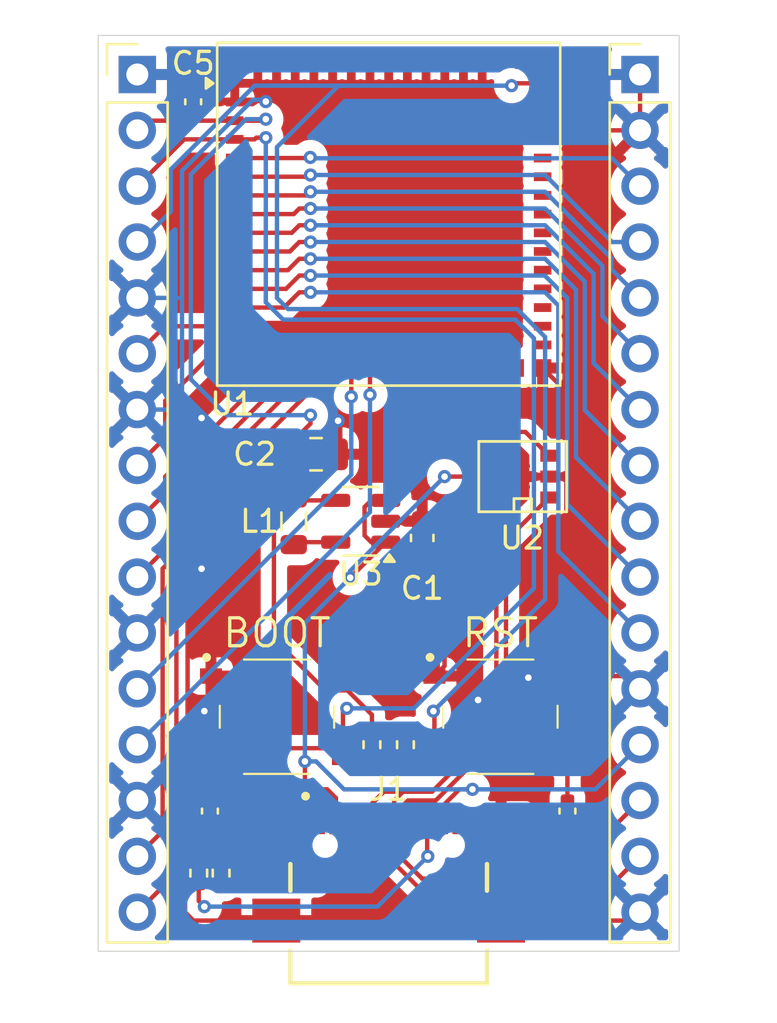
<source format=kicad_pcb>
(kicad_pcb (version 20241229) (generator "pcbnew") (generator_version "9.0")
  (layers (0 "F.Cu" signal) (2 "B.Cu" signal) (13 "F.Paste" user) (15 "B.Paste" user) (5 "F.SilkS" user "F.Silkscreen") (7 "B.SilkS" user "B.Silkscreen") (1 "F.Mask" user) (3 "B.Mask" user) (25 "Edge.Cuts" user))
  (net 0 "")
  (net 8 "16")
  (net 9 "14")
  (net 10 "15")
  (net 13 "1")
  (net 14 "35")
  (net 15 "2")
  (net 18 "8")
  (net 21 "4")
  (net 22 "5")
  (net 24 "34")
  (net 25 "7")
  (net 27 "36")
  (net 28 "37")
  (net 29 "6")
  (net 30 "GND")
  (net 31 "Net-(J1-CC2)")
  (net 32 "Net-(J1-CC1)")
  (net 33 "VCC_5V")
  (net 34 "VCC_3.3V")
  (net 35 "D+")
  (net 36 "D-")
  (net 37 "Net-(U3-SW)")
  (net 38 "BTN_RST")
  (net 39 "BTN_BOOT")
  (net 40 "9")
  (net 42 "3")
  (net 43 "EXT_D+")
  (net 44 "EXT_D-")
  (net 45 "CS")
  (net 46 "MOSI")
  (net 47 "MISO")
  (net 48 "SCK")
  (net 49 "RXD1")
  (net 50 "TXD1")
  (footprint "Inductor_SMD:L_0805_2012Metric" (layer "F.Cu") (at 146.812 86.36 90)
    (property "Reference" "L1")
    (property "Value" "1uH")
  )
  (footprint "Resistor_SMD:R_0402_1005Metric" (layer "F.Cu") (at 150.368 96.522 -90)
    (property "Reference" "R4" (hide yes))
    (property "Value" "10k")
  )
  (footprint "Connector_PinHeader_2.54mm:PinHeader_1x16_P2.54mm_Vertical" (layer "F.Cu") (at 139.7 66.04)
    (property "Reference" "J3" (hide yes))
    (property "Value" "Conn_01x16_Pin")
  )
  (footprint "footprints:PTS526SM15SMTR2LFS" (layer "F.Cu") (at 156.21 95.25)
    (property "Reference" "SW1" (hide yes))
    (property "Value" "PTS526_SM15_SMTR2_LFS" (hide yes))
  )
  (footprint "Capacitor_SMD:C_0402_1005Metric" (layer "F.Cu") (at 159.258 99.54 -90)
    (property "Reference" "C3" (hide yes))
    (property "Value" "0u1F")
  )
  (footprint "Capacitor_SMD:C_0805_2012Metric" (layer "F.Cu") (at 147.828 83.312)
    (property "Reference" "C2")
    (property "Value" "10uF")
  )
  (footprint "footprints:IP4234CZ6_SOT-457-6" (layer "F.Cu") (at 157.226 84.328 180)
    (property "Reference" "U2")
    (property "Value" "IP4234CZ6" (hide yes))
  )
  (footprint "Capacitor_SMD:C_0402_1005Metric" (layer "F.Cu") (at 143.002 99.54 -90)
    (property "Reference" "C4" (hide yes))
    (property "Value" "0u1F")
  )
  (footprint "Resistor_SMD:R_0402_1005Metric" (layer "F.Cu") (at 142.494 102.362 90)
    (property "Reference" "R2" (hide yes))
    (property "Value" "5k1")
  )
  (footprint "Resistor_SMD:R_0402_1005Metric" (layer "F.Cu") (at 151.892 96.522 -90)
    (property "Reference" "R3" (hide yes))
    (property "Value" "10k")
  )
  (footprint "Resistor_SMD:R_0402_1005Metric" (layer "F.Cu") (at 143.51 102.362 90)
    (property "Reference" "R1" (hide yes))
    (property "Value" "5k1")
  )
  (footprint "Connector_PinHeader_2.54mm:PinHeader_1x16_P2.54mm_Vertical" (layer "F.Cu") (at 162.56 66.04)
    (property "Reference" "J4" (hide yes))
    (property "Value" "Conn_01x16_Pin")
  )
  (footprint "footprints:GCT_USB4110GFA" (layer "F.Cu") (at 151.13 101.092)
    (property "Reference" "J1")
    (property "Value" "USB4110GFA")
  )
  (footprint "Capacitor_SMD:C_0402_1005Metric" (layer "F.Cu") (at 142.24 67.282 90)
    (property "Reference" "C5")
    (property "Value" "0u1F")
  )
  (footprint "footprints:PTS526SM15SMTR2LFS" (layer "F.Cu") (at 146.05 95.25)
    (property "Reference" "SW2" (hide yes))
    (property "Value" "PTS526_SM15_SMTR2_LFS" (hide yes))
  )
  (footprint "RF_Module:ESP32-S2-MINI-1U" (layer "F.Cu") (at 151.13 72.39)
    (property "Reference" "U1")
    (property "Value" "ESP32-S3-MINI-1U")
  )
  (footprint "Capacitor_SMD:C_0603_1608Metric" (layer "F.Cu") (at 152.654 87.122 90)
    (property "Reference" "C1")
    (property "Value" "4.7uF")
  )
  (footprint "Package_TO_SOT_SMD:TSOT-23-5" (layer "F.Cu") (at 149.86 86.36 180)
    (property "Reference" "U3")
    (property "Value" "ADP2108AUJ-3.3" (hide yes))
  )
  (gr_line (start 139.7 76.2) (end 141.732 76.2) (stroke (width 0.2)) (layer "B.Cu") (net 30))
  (gr_rect (start 137.922 64.262) (end 164.338 105.918) (stroke (width 0.05)) (fill no) (layer "Edge.Cuts"))
  (segment (start 140.851 100.449) (end 139.7 101.6) (width 0.2) (layer "F.Cu") (net 9))
  (segment (start 146.88 80.196) (end 141.986 85.09) (width 0.2) (layer "F.Cu") (net 9))
  (segment (start 146.88 79.39) (end 146.88 80.196) (width 0.2) (layer "F.Cu") (net 9))
  (segment (start 141.986 85.09) (end 141.986 87.376) (width 0.2) (layer "F.Cu") (net 9))
  (segment (start 140.851 88.511) (end 140.851 100.449) (width 0.2) (layer "F.Cu") (net 9))
  (segment (start 141.986 87.376) (end 140.851 88.511) (width 0.2) (layer "F.Cu") (net 9))
  (segment (start 141.478 102.362) (end 139.7 104.14) (width 0.2) (layer "F.Cu") (net 10))
  (segment (start 147.73 80.264) (end 142.494 85.5) (width 0.2) (layer "F.Cu") (net 10))
  (segment (start 147.73 79.39) (end 147.73 80.264) (width 0.2) (layer "F.Cu") (net 10))
  (segment (start 141.478 88.646) (end 141.478 102.362) (width 0.2) (layer "F.Cu") (net 10))
  (segment (start 142.494 87.63) (end 141.478 88.646) (width 0.2) (layer "F.Cu") (net 10))
  (segment (start 142.494 85.5) (end 142.494 87.63) (width 0.2) (layer "F.Cu") (net 10))
  (segment (start 147.563638 69.812064) (end 147.535702 69.84) (width 0.2) (layer "F.Cu") (net 13))
  (segment (start 147.535702 69.84) (end 144.13 69.84) (width 0.2) (layer "F.Cu") (net 13))
  (via (at 147.563638 69.812064) (size 0.6) (drill 0.3) (layers "F.Cu" "B.Cu") (net 13))
  (segment (start 147.563638 69.812064) (end 147.601574 69.85) (width 0.2) (layer "B.Cu") (net 13))
  (segment (start 147.601574 69.85) (end 161.29 69.85) (width 0.2) (layer "B.Cu") (net 13))
  (segment (start 161.29 69.85) (end 162.56 71.12) (width 0.2) (layer "B.Cu") (net 13))
  (segment (start 144.13 70.69) (end 147.496 70.69) (width 0.2) (layer "F.Cu") (net 15))
  (segment (start 147.496 70.69) (end 147.574 70.612) (width 0.2) (layer "F.Cu") (net 15))
  (via (at 147.574 70.612) (size 0.6) (drill 0.3) (layers "F.Cu" "B.Cu") (net 15))
  (segment (start 161.29 73.66) (end 158.242 70.612) (width 0.2) (layer "B.Cu") (net 15))
  (segment (start 158.242 70.612) (end 147.574 70.612) (width 0.2) (layer "B.Cu") (net 15))
  (segment (start 162.56 73.66) (end 161.29 73.66) (width 0.2) (layer "B.Cu") (net 15))
  (segment (start 147.066 75.184) (end 147.574 75.184) (width 0.2) (layer "F.Cu") (net 18))
  (segment (start 146.46 75.79) (end 147.066 75.184) (width 0.2) (layer "F.Cu") (net 18))
  (segment (start 144.13 75.79) (end 146.46 75.79) (width 0.2) (layer "F.Cu") (net 18))
  (via (at 147.574 75.184) (size 0.6) (drill 0.3) (layers "F.Cu" "B.Cu") (net 18))
  (segment (start 159.2459 76.200822) (end 159.2459 85.5859) (width 0.2) (layer "B.Cu") (net 18))
  (segment (start 147.574 75.184) (end 158.229078 75.184) (width 0.2) (layer "B.Cu") (net 18))
  (segment (start 158.229078 75.184) (end 159.2459 76.200822) (width 0.2) (layer "B.Cu") (net 18))
  (segment (start 159.2459 85.5859) (end 162.56 88.9) (width 0.2) (layer "B.Cu") (net 18))
  (segment (start 144.13 72.39) (end 146.812 72.39) (width 0.2) (layer "F.Cu") (net 21))
  (segment (start 146.812 72.39) (end 147.066 72.136) (width 0.2) (layer "F.Cu") (net 21))
  (segment (start 147.066 72.136) (end 147.574 72.136) (width 0.2) (layer "F.Cu") (net 21))
  (via (at 147.574 72.136) (size 0.6) (drill 0.3) (layers "F.Cu" "B.Cu") (net 21))
  (segment (start 162.56 77.978) (end 162.56 78.74) (width 0.2) (layer "B.Cu") (net 21))
  (segment (start 160.8499 77.0299) (end 162.56 78.74) (width 0.2) (layer "B.Cu") (net 21))
  (segment (start 147.574 72.136) (end 158.242 72.136) (width 0.2) (layer "B.Cu") (net 21))
  (segment (start 158.242 72.136) (end 160.8499 74.7439) (width 0.2) (layer "B.Cu") (net 21))
  (segment (start 160.8499 74.7439) (end 160.8499 77.0299) (width 0.2) (layer "B.Cu") (net 21))
  (segment (start 147.066 72.898) (end 147.574 72.898) (width 0.2) (layer "F.Cu") (net 22))
  (segment (start 144.13 73.24) (end 146.724 73.24) (width 0.2) (layer "F.Cu") (net 22))
  (segment (start 146.724 73.24) (end 147.066 72.898) (width 0.2) (layer "F.Cu") (net 22))
  (via (at 147.574 72.898) (size 0.6) (drill 0.3) (layers "F.Cu" "B.Cu") (net 22))
  (segment (start 160.4489 75.1049) (end 160.4489 79.1689) (width 0.2) (layer "B.Cu") (net 22))
  (segment (start 160.4489 79.1689) (end 162.56 81.28) (width 0.2) (layer "B.Cu") (net 22))
  (segment (start 147.574 72.898) (end 158.242 72.898) (width 0.2) (layer "B.Cu") (net 22))
  (segment (start 158.242 72.898) (end 160.4489 75.1049) (width 0.2) (layer "B.Cu") (net 22))
  (segment (start 144.13 74.94) (end 146.548 74.94) (width 0.2) (layer "F.Cu") (net 25))
  (segment (start 146.548 74.94) (end 147.066 74.422) (width 0.2) (layer "F.Cu") (net 25))
  (segment (start 147.066 74.422) (end 147.574 74.422) (width 0.2) (layer "F.Cu") (net 25))
  (via (at 147.574 74.422) (size 0.6) (drill 0.3) (layers "F.Cu" "B.Cu") (net 25))
  (segment (start 159.6469 75.8269) (end 159.6469 83.4469) (width 0.2) (layer "B.Cu") (net 25))
  (segment (start 158.242 74.422) (end 159.6469 75.8269) (width 0.2) (layer "B.Cu") (net 25))
  (segment (start 147.574 74.422) (end 158.242 74.422) (width 0.2) (layer "B.Cu") (net 25))
  (segment (start 159.6469 83.4469) (end 162.56 86.36) (width 0.2) (layer "B.Cu") (net 25))
  (segment (start 146.636 74.09) (end 147.066 73.66) (width 0.2) (layer "F.Cu") (net 29))
  (segment (start 147.066 73.66) (end 147.574 73.66) (width 0.2) (layer "F.Cu") (net 29))
  (segment (start 144.13 74.09) (end 146.636 74.09) (width 0.2) (layer "F.Cu") (net 29))
  (via (at 147.574 73.66) (size 0.6) (drill 0.3) (layers "F.Cu" "B.Cu") (net 29))
  (segment (start 158.242 73.66) (end 160.0479 75.4659) (width 0.2) (layer "B.Cu") (net 29))
  (segment (start 147.574 73.66) (end 158.242 73.66) (width 0.2) (layer "B.Cu") (net 29))
  (segment (start 160.0479 75.4659) (end 160.0479 81.3079) (width 0.2) (layer "B.Cu") (net 29))
  (segment (start 160.0479 81.3079) (end 162.56 83.82) (width 0.2) (layer "B.Cu") (net 29))
  (segment (start 158.13 79.39) (end 159.258 80.518) (width 0.2) (layer "F.Cu") (net 30))
  (segment (start 145.448 100.02) (end 146.02 100.592) (width 0.2) (layer "F.Cu") (net 30))
  (segment (start 146.595 100.017) (end 146.02 100.592) (width 0.2) (layer "F.Cu") (net 30))
  (segment (start 160.54 66.04) (end 162.56 66.04) (width 0.2) (layer "F.Cu") (net 30))
  (segment (start 145.542 67.271997) (end 144.710003 66.44) (width 0.2) (layer "F.Cu") (net 30))
  (segment (start 155.665 100.017) (end 156.24 100.592) (width 0.2) (layer "F.Cu") (net 30))
  (segment (start 148.83 81.788) (end 148.83 82.686) (width 0.2) (layer "F.Cu") (net 30))
  (segment (start 143.002 100.02) (end 145.448 100.02) (width 0.2) (layer "F.Cu") (net 30))
  (segment (start 144.13 67.29) (end 144.13 66.44) (width 0.2) (layer "F.Cu") (net 30))
  (segment (start 142.621 80.899) (end 144.13 79.39) (width 0.2) (layer "F.Cu") (net 30))
  (segment (start 151.13 74.04) (end 152.78 74.04) (width 0.2) (layer "F.Cu") (net 30))
  (segment (start 153.21 93.4) (end 154.106 93.4) (width 0.2) (layer "F.Cu") (net 30))
  (segment (start 162.56 68.58) (end 160.58 68.58) (width 0.2) (layer "F.Cu") (net 30))
  (segment (start 159.21 93.4) (end 159.21 93.95) (width 0.2) (layer "F.Cu") (net 30))
  (segment (start 159.258 80.518) (end 159.258 84.096) (width 0.2) (layer "F.Cu") (net 30))
  (segment (start 159.21 93.95) (end 156.24 96.92) (width 0.2) (layer "F.Cu") (net 30))
  (segment (start 159.21 93.4) (end 157.552 93.4) (width 0.2) (layer "F.Cu") (net 30))
  (segment (start 142.494 101.852) (end 141.873 102.473) (width 0.2) (layer "F.Cu") (net 30))
  (segment (start 149.48 70.74) (end 149.48 72.39) (width 0.2) (layer "F.Cu") (net 30))
  (segment (start 159.21 93.4) (end 161.98 93.4) (width 0.2) (layer "F.Cu") (net 30))
  (segment (start 154.106 93.4) (end 155.194 94.488) (width 0.2) (layer "F.Cu") (net 30))
  (segment (start 149.48 70.74) (end 151.13 70.74) (width 0.2) (layer "F.Cu") (net 30))
  (segment (start 146.02 104.522) (end 156.24 104.522) (width 0.2) (layer "F.Cu") (net 30))
  (segment (start 139.7 66.04) (end 142.04 66.04) (width 0.2) (layer "F.Cu") (net 30))
  (segment (start 148.778 82.738) (end 148.778 83.312) (width 0.2) (layer "F.Cu") (net 30))
  (segment (start 144.13 65.39) (end 158.13 65.39) (width 0.2) (layer "F.Cu") (net 30))
  (segment (start 144.13 66.44) (end 144.13 65.39) (width 0.2) (layer "F.Cu") (net 30))
  (segment (start 141.873 104.14) (end 142.255 104.522) (width 0.2) (layer "F.Cu") (net 30))
  (segment (start 144.13 66.44) (end 142.44 66.44) (width 0.2) (layer "F.Cu") (net 30))
  (segment (start 152.654 84.836) (end 152.654 86.347) (width 0.2) (layer "F.Cu") (net 30))
  (segment (start 142.24 66.802) (end 142.24 66.64) (width 0.2) (layer "F.Cu") (net 30))
  (segment (start 151.13 72.39) (end 151.13 70.74) (width 0.2) (layer "F.Cu") (net 30))
  (segment (start 159.026 84.328) (end 159.21 84.512) (width 0.2) (layer "F.Cu") (net 30))
  (segment (start 157.552 93.4) (end 157.48 93.472) (width 0.2) (layer "F.Cu") (net 30))
  (segment (start 142.494 101.852) (end 143.51 101.852) (width 0.2) (layer "F.Cu") (net 30))
  (segment (start 153.67 92.94) (end 153.21 93.4) (width 0.2) (layer "F.Cu") (net 30))
  (segment (start 141.986 99.004) (end 143.002 100.02) (width 0.2) (layer "F.Cu") (net 30))
  (segment (start 159.026 84.328) (end 158.426 84.328) (width 0.2) (layer "F.Cu") (net 30))
  (segment (start 141.986 95.758) (end 141.986 99.004) (width 0.2) (layer "F.Cu") (net 30))
  (segment (start 143.51 101.852) (end 144.76 101.852) (width 0.2) (layer "F.Cu") (net 30))
  (segment (start 152.654 86.347) (end 153.67 87.363) (width 0.2) (layer "F.Cu") (net 30))
  (segment (start 151.13 70.74) (end 151.13 65.39) (width 0.2) (layer "F.Cu") (net 30))
  (segment (start 141.986 95.758) (end 142.748 94.996) (width 0.2) (layer "F.Cu") (net 30))
  (segment (start 154.33 100.017) (end 155.665 100.017) (width 0.2) (layer "F.Cu") (net 30))
  (segment (start 149.48 72.39) (end 151.13 72.39) (width 0.2) (layer "F.Cu") (net 30))
  (segment (start 148.83 82.686) (end 148.778 82.738) (width 0.2) (layer "F.Cu") (net 30))
  (segment (start 153.67 87.363) (end 153.67 92.94) (width 0.2) (layer "F.Cu") (net 30))
  (segment (start 160.14 68.14) (end 158.13 68.14) (width 0.2) (layer "F.Cu") (net 30))
  (segment (start 152.78 70.74) (end 151.13 70.74) (width 0.2) (layer "F.Cu") (net 30))
  (segment (start 162.178 104.522) (end 162.56 104.14) (width 0.2) (layer "F.Cu") (net 30))
  (segment (start 151.13 83.312) (end 152.654 84.836) (width 0.2) (layer "F.Cu") (net 30))
  (segment (start 156.24 104.522) (end 162.178 104.522) (width 0.2) (layer "F.Cu") (net 30))
  (segment (start 158.13 68.99) (end 158.13 68.14) (width 0.2) (layer "F.Cu") (net 30))
  (segment (start 156.24 96.92) (end 156.24 100.592) (width 0.2) (layer "F.Cu") (net 30))
  (segment (start 162.56 66.04) (end 162.56 68.58) (width 0.2) (layer "F.Cu") (net 30))
  (segment (start 156.24 100.592) (end 158.686 100.592) (width 0.2) (layer "F.Cu") (net 30))
  (segment (start 152.641 86.36) (end 152.654 86.347) (width 0.2) (layer "F.Cu") (net 30))
  (segment (start 142.621 81.661) (end 142.621 80.899) (width 0.2) (layer "F.Cu") (net 30))
  (segment (start 156.24 104.522) (end 159.31234 104.522) (width 0.2) (layer "F.Cu") (net 30))
  (segment (start 158.686 100.592) (end 159.258 100.02) (width 0.2) (layer "F.Cu") (net 30))
  (segment (start 151.13 74.04) (end 151.13 72.39) (width 0.2) (layer "F.Cu") (net 30))
  (segment (start 144.710003 66.44) (end 144.13 66.44) (width 0.2) (layer "F.Cu") (net 30))
  (segment (start 141.873 102.473) (end 141.873 104.14) (width 0.2) (layer "F.Cu") (net 30))
  (segment (start 160.58 68.58) (end 160.14 68.14) (width 0.2) (layer "F.Cu") (net 30))
  (segment (start 158.13 65.39) (end 159.89 65.39) (width 0.2) (layer "F.Cu") (net 30))
  (segment (start 149.48 74.04) (end 151.13 74.04) (width 0.2) (layer "F.Cu") (net 30))
  (segment (start 142.255 104.522) (end 146.02 104.522) (width 0.2) (layer "F.Cu") (net 30))
  (segment (start 142.44 66.44) (end 142.04 66.04) (width 0.2) (layer "F.Cu") (net 30))
  (segment (start 151.13 72.39) (end 152.78 72.39) (width 0.2) (layer "F.Cu") (net 30))
  (segment (start 143.05 93.4) (end 142.82 93.4) (width 0.2) (layer "F.Cu") (net 30))
  (segment (start 142.621 88.519) (end 141.986 89.154) (width 0.2) (layer "F.Cu") (net 30))
  (segment (start 141.986 94.234) (end 141.986 95.758) (width 0.2) (layer "F.Cu") (net 30))
  (segment (start 159.21 84.512) (end 159.21 93.4) (width 0.2) (layer "F.Cu") (net 30))
  (segment (start 159.258 84.096) (end 159.026 84.328) (width 0.2) (layer "F.Cu") (net 30))
  (segment (start 142.82 93.4) (end 141.986 94.234) (width 0.2) (layer "F.Cu") (net 30))
  (segment (start 152.78 74.04) (end 152.78 72.39) (width 0.2) (layer "F.Cu") (net 30))
  (segment (start 149.05 93.4) (end 153.21 93.4) (width 0.2) (layer "F.Cu") (net 30))
  (segment (start 161.98 93.4) (end 162.56 93.98) (width 0.2) (layer "F.Cu") (net 30))
  (segment (start 159.89 65.39) (end 160.54 66.04) (width 0.2) (layer "F.Cu") (net 30))
  (segment (start 149.48 72.39) (end 149.48 74.04) (width 0.2) (layer "F.Cu") (net 30))
  (segment (start 147.93 100.017) (end 146.595 100.017) (width 0.2) (layer "F.Cu") (net 30))
  (segment (start 142.24 66.64) (end 142.44 66.44) (width 0.2) (layer "F.Cu") (net 30))
  (segment (start 141.986 89.154) (end 141.986 94.234) (width 0.2) (layer "F.Cu") (net 30))
  (segment (start 148.778 83.312) (end 151.13 83.312) (width 0.2) (layer "F.Cu") (net 30))
  (segment (start 150.9975 86.36) (end 152.641 86.36) (width 0.2) (layer "F.Cu") (net 30))
  (segment (start 144.76 101.852) (end 146.02 100.592) (width 0.2) (layer "F.Cu") (net 30))
  (via (at 157.48 93.472) (size 0.6) (drill 0.3) (layers "F.Cu" "B.Cu") (net 30))
  (via (at 155.194 94.488) (size 0.6) (drill 0.3) (layers "F.Cu" "B.Cu") (net 30))
  (via (at 142.748 94.996) (size 0.6) (drill 0.3) (layers "F.Cu" "B.Cu") (net 30))
  (via (at 142.621 88.519) (size 0.6) (drill 0.3) (layers "F.Cu" "B.Cu") (net 30))
  (via (at 145.542 67.271997) (size 0.6) (drill 0.3) (layers "F.Cu" "B.Cu") (net 30))
  (via (at 142.621 81.661) (size 0.6) (drill 0.3) (layers "F.Cu" "B.Cu") (net 30))
  (via (at 148.83 81.788) (size 0.6) (drill 0.3) (layers "F.Cu" "B.Cu") (net 30))
  (segment (start 144.957835 67.191265) (end 141.732 70.4171) (width 0.2) (layer "B.Cu") (net 30))
  (segment (start 145.288 67.191265) (end 144.957835 67.191265) (width 0.2) (layer "B.Cu") (net 30))
  (segment (start 145.368732 67.271997) (end 145.288 67.191265) (width 0.2) (layer "B.Cu") (net 30))
  (segment (start 143.256 82.296) (end 142.621 81.661) (width 0.2) (layer "B.Cu") (net 30))
  (segment (start 139.7 99.06) (end 141.986 96.774) (width 0.2) (layer "B.Cu") (net 30))
  (segment (start 141.732 80.772) (end 142.621 81.661) (width 0.2) (layer "B.Cu") (net 30))
  (segment (start 142.621 81.661) (end 141.605 81.661) (width 0.2) (layer "B.Cu") (net 30))
  (segment (start 157.48 93.472) (end 156.21 93.472) (width 0.2) (layer "B.Cu") (net 30))
  (segment (start 141.986 96.774) (end 141.986 95.758) (width 0.2) (layer "B.Cu") (net 30))
  (segment (start 142.621 81.661) (end 142.621 88.519) (width 0.2) (layer "B.Cu") (net 30))
  (segment (start 141.224 81.28) (end 139.7 81.28) (width 0.2) (layer "B.Cu") (net 30))
  (segment (start 141.732 70.4171) (end 141.732 80.772) (width 0.2) (layer "B.Cu") (net 30))
  (segment (start 148.082 82.296) (end 143.256 82.296) (width 0.2) (layer "B.Cu") (net 30))
  (segment (start 141.605 81.661) (end 141.224 81.28) (width 0.2) (layer "B.Cu") (net 30))
  (segment (start 141.986 95.758) (end 142.748 94.996) (width 0.2) (layer "B.Cu") (net 30))
  (segment (start 145.542 67.271997) (end 145.368732 67.271997) (width 0.2) (layer "B.Cu") (net 30))
  (segment (start 148.59 81.788) (end 148.082 82.296) (width 0.2) (layer "B.Cu") (net 30))
  (segment (start 142.621 88.519) (end 139.7 91.44) (width 0.2) (layer "B.Cu") (net 30))
  (segment (start 148.83 81.788) (end 148.59 81.788) (width 0.2) (layer "B.Cu") (net 30))
  (segment (start 156.21 93.472) (end 155.194 94.488) (width 0.2) (layer "B.Cu") (net 30))
  (segment (start 152.88 100.017) (end 152.88 101.572) (width 0.2) (layer "F.Cu") (net 31))
  (segment (start 142.494 103.632) (end 142.748 103.886) (width 0.2) (layer "F.Cu") (net 31))
  (segment (start 152.88 101.572) (end 152.908 101.6) (width 0.2) (layer "F.Cu") (net 31))
  (segment (start 142.494 102.872) (end 142.494 103.632) (width 0.2) (layer "F.Cu") (net 31))
  (via (at 152.908 101.6) (size 0.6) (drill 0.3) (layers "F.Cu" "B.Cu") (net 31))
  (via (at 142.748 103.886) (size 0.6) (drill 0.3) (layers "F.Cu" "B.Cu") (net 31))
  (segment (start 142.748 103.886) (end 150.622 103.886) (width 0.2) (layer "B.Cu") (net 31))
  (segment (start 150.622 103.886) (end 152.908 101.6) (width 0.2) (layer "B.Cu") (net 31))
  (segment (start 143.51 102.872) (end 147.852 102.872) (width 0.2) (layer "F.Cu") (net 32))
  (segment (start 147.852 102.872) (end 149.88 100.844) (width 0.2) (layer "F.Cu") (net 32))
  (segment (start 149.88 100.844) (end 149.88 100.017) (width 0.2) (layer "F.Cu") (net 32))
  (segment (start 150.9975 87.31) (end 150.335001 87.31) (width 0.2) (layer "F.Cu") (net 33))
  (segment (start 152.067 87.31) (end 152.654 87.897) (width 0.2) (layer "F.Cu") (net 33))
  (segment (start 150.335001 85.41) (end 150.9975 85.41) (width 0.2) (layer "F.Cu") (net 33))
  (segment (start 147.32 97.282) (end 147.32 98.552) (width 0.2) (layer "F.Cu") (net 33))
  (segment (start 150.034 85.711001) (end 150.335001 85.41) (width 0.2) (layer "F.Cu") (net 33))
  (segment (start 153.53 99.3662) (end 154.3442 98.552) (width 0.2) (layer "F.Cu") (net 33))
  (segment (start 148.336 98.552) (end 148.73 98.946) (width 0.2) (layer "F.Cu") (net 33))
  (segment (start 148.73 98.946) (end 148.73 100.017) (width 0.2) (layer "F.Cu") (net 33))
  (segment (start 150.9975 87.31) (end 152.067 87.31) (width 0.2) (layer "F.Cu") (net 33))
  (segment (start 153.53 100.017) (end 153.53 99.3662) (width 0.2) (layer "F.Cu") (net 33))
  (segment (start 156.026 84.328) (end 153.67 84.328) (width 0.2) (layer "F.Cu") (net 33))
  (segment (start 147.32 98.552) (end 148.336 98.552) (width 0.2) (layer "F.Cu") (net 33))
  (segment (start 150.335001 87.31) (end 150.034 87.008999) (width 0.2) (layer "F.Cu") (net 33))
  (segment (start 150.034 87.008999) (end 150.034 85.711001) (width 0.2) (layer "F.Cu") (net 33))
  (segment (start 154.3442 98.552) (end 154.94 98.552) (width 0.2) (layer "F.Cu") (net 33))
  (segment (start 150.9975 87.31) (end 149.37975 88.92775) (width 0.2) (layer "F.Cu") (net 33))
  (via (at 147.32 97.282) (size 0.6) (drill 0.3) (layers "F.Cu" "B.Cu") (net 33))
  (via (at 154.94 98.552) (size 0.6) (drill 0.3) (layers "F.Cu" "B.Cu") (net 33))
  (via (at 153.67 84.328) (size 0.6) (drill 0.3) (layers "F.Cu" "B.Cu") (net 33))
  (via (at 149.37975 88.92775) (size 0.6) (drill 0.3) (layers "F.Cu" "B.Cu") (net 33))
  (segment (start 149.098 98.552) (end 154.94 98.552) (width 0.2) (layer "B.Cu") (net 33))
  (segment (start 154.94 98.552) (end 160.528 98.552) (width 0.2) (layer "B.Cu") (net 33))
  (segment (start 147.32 90.9875) (end 149.37975 88.92775) (width 0.2) (layer "B.Cu") (net 33))
  (segment (start 160.528 98.552) (end 162.56 96.52) (width 0.2) (layer "B.Cu") (net 33))
  (segment (start 149.37975 88.61825) (end 153.67 84.328) (width 0.2) (layer "B.Cu") (net 33))
  (segment (start 147.32 97.282) (end 147.828 97.282) (width 0.2) (layer "B.Cu") (net 33))
  (segment (start 149.37975 88.92775) (end 149.37975 88.61825) (width 0.2) (layer "B.Cu") (net 33))
  (segment (start 147.828 97.282) (end 149.098 98.552) (width 0.2) (layer "B.Cu") (net 33))
  (segment (start 147.32 97.282) (end 147.32 90.9875) (width 0.2) (layer "B.Cu") (net 33))
  (segment (start 146.812 85.2975) (end 146.812 83.378) (width 0.2) (layer "F.Cu") (net 34))
  (segment (start 145.542 68.072) (end 145.474 68.14) (width 0.2) (layer "F.Cu") (net 34))
  (segment (start 139.7 68.58) (end 140.14 68.14) (width 0.2) (layer "F.Cu") (net 34))
  (segment (start 146.812 83.378) (end 146.878 83.312) (width 0.2) (layer "F.Cu") (net 34))
  (segment (start 147.574 81.92) (end 146.878 82.616) (width 0.2) (layer "F.Cu") (net 34))
  (segment (start 146.9245 85.41) (end 146.812 85.2975) (width 0.2) (layer "F.Cu") (net 34))
  (segment (start 149.256943 94.051) (end 150.368 95.162057) (width 0.2) (layer "F.Cu") (net 34))
  (segment (start 146.812 85.2975) (end 145.911 86.1985) (width 0.2) (layer "F.Cu") (net 34))
  (segment (start 142.24 67.762) (end 142.24 68.14) (width 0.2) (layer "F.Cu") (net 34))
  (segment (start 150.368 95.162057) (end 150.368 96.012) (width 0.2) (layer "F.Cu") (net 34))
  (segment (start 148.249 94.051) (end 149.256943 94.051) (width 0.2) (layer "F.Cu") (net 34))
  (segment (start 146.878 82.616) (end 146.878 83.312) (width 0.2) (layer "F.Cu") (net 34))
  (segment (start 145.911 86.1985) (end 145.911 91.713) (width 0.2) (layer "F.Cu") (net 34))
  (segment (start 145.911 91.713) (end 148.249 94.051) (width 0.2) (layer "F.Cu") (net 34))
  (segment (start 150.368 96.012) (end 151.892 96.012) (width 0.2) (layer "F.Cu") (net 34))
  (segment (start 140.14 68.14) (end 142.24 68.14) (width 0.2) (layer "F.Cu") (net 34))
  (segment (start 145.474 68.14) (end 144.13 68.14) (width 0.2) (layer "F.Cu") (net 34))
  (segment (start 148.7225 85.41) (end 146.9245 85.41) (width 0.2) (layer "F.Cu") (net 34))
  (segment (start 142.24 68.14) (end 144.13 68.14) (width 0.2) (layer "F.Cu") (net 34))
  (segment (start 147.574 81.534) (end 147.574 81.92) (width 0.2) (layer "F.Cu") (net 34))
  (via (at 145.542 68.072) (size 0.6) (drill 0.3) (layers "F.Cu" "B.Cu") (net 34))
  (via (at 147.574 81.534) (size 0.6) (drill 0.3) (layers "F.Cu" "B.Cu") (net 34))
  (segment (start 142.133 70.5832) (end 142.133 79.903) (width 0.2) (layer "B.Cu") (net 34))
  (segment (start 142.133 79.903) (end 143.764 81.534) (width 0.2) (layer "B.Cu") (net 34))
  (segment (start 145.542 68.072) (end 144.6442 68.072) (width 0.2) (layer "B.Cu") (net 34))
  (segment (start 144.6442 68.072) (end 142.133 70.5832) (width 0.2) (layer "B.Cu") (net 34))
  (segment (start 143.764 81.534) (end 147.574 81.534) (width 0.2) (layer "B.Cu") (net 34))
  (segment (start 151.98 79.59) (end 154.686 82.296) (width 0.2) (layer "F.Cu") (net 35))
  (segment (start 154.686 82.296) (end 157.344 82.296) (width 0.2) (layer "F.Cu") (net 35))
  (segment (start 157.344 82.296) (end 158.426 83.378) (width 0.2) (layer "F.Cu") (net 35))
  (segment (start 151.98 79.39) (end 151.98 79.59) (width 0.2) (layer "F.Cu") (net 35))
  (segment (start 151.13 79.39) (end 151.13 79.59) (width 0.2) (layer "F.Cu") (net 36))
  (segment (start 151.13 79.59) (end 154.918 83.378) (width 0.2) (layer "F.Cu") (net 36))
  (segment (start 154.918 83.378) (end 156.026 83.378) (width 0.2) (layer "F.Cu") (net 36))
  (segment (start 146.9245 87.31) (end 146.812 87.4225) (width 0.2) (layer "F.Cu") (net 37))
  (segment (start 148.7225 87.31) (end 146.9245 87.31) (width 0.2) (layer "F.Cu") (net 37))
  (segment (start 153.21 95.044) (end 153.162 94.996) (width 0.2) (layer "F.Cu") (net 38))
  (segment (start 151.96 97.1) (end 151.892 97.032) (width 0.2) (layer "F.Cu") (net 38))
  (segment (start 159.258 97.148) (end 159.21 97.1) (width 0.2) (layer "F.Cu") (net 38))
  (segment (start 153.21 97.1) (end 151.96 97.1) (width 0.2) (layer "F.Cu") (net 38))
  (segment (start 153.21 97.1) (end 153.21 95.044) (width 0.2) (layer "F.Cu") (net 38))
  (segment (start 159.258 99.06) (end 159.258 97.148) (width 0.2) (layer "F.Cu") (net 38))
  (segment (start 158.13 66.44) (end 156.826 66.44) (width 0.2) (layer "F.Cu") (net 38))
  (segment (start 156.826 66.44) (end 156.718 66.548) (width 0.2) (layer "F.Cu") (net 38))
  (via (at 156.718 66.548) (size 0.6) (drill 0.3) (layers "F.Cu" "B.Cu") (net 38))
  (via (at 153.162 94.996) (size 0.6) (drill 0.3) (layers "F.Cu" "B.Cu") (net 38))
  (segment (start 156.972 76.708) (end 146.554754 76.708) (width 0.2) (layer "B.Cu") (net 38))
  (segment (start 141.224 72.271) (end 139.835 73.66) (width 0.2) (layer "B.Cu") (net 38))
  (segment (start 141.224 70.358) (end 141.224 72.271) (width 0.2) (layer "B.Cu") (net 38))
  (segment (start 146.554754 76.708) (end 146.05 76.203246) (width 0.2) (layer "B.Cu") (net 38))
  (segment (start 149.098 66.548) (end 145.034 66.548) (width 0.2) (layer "B.Cu") (net 38))
  (segment (start 146.05 69.342) (end 148.844 66.548) (width 0.2) (layer "B.Cu") (net 38))
  (segment (start 139.835 73.66) (end 139.7 73.66) (width 0.2) (layer "B.Cu") (net 38))
  (segment (start 158.242 77.978) (end 156.972 76.708) (width 0.2) (layer "B.Cu") (net 38))
  (segment (start 158.242 89.916) (end 158.242 77.978) (width 0.2) (layer "B.Cu") (net 38))
  (segment (start 156.718 66.548) (end 149.098 66.548) (width 0.2) (layer "B.Cu") (net 38))
  (segment (start 146.05 76.203246) (end 146.05 69.342) (width 0.2) (layer "B.Cu") (net 38))
  (segment (start 148.844 66.548) (end 149.098 66.548) (width 0.2) (layer "B.Cu") (net 38))
  (segment (start 145.034 66.548) (end 141.224 70.358) (width 0.2) (layer "B.Cu") (net 38))
  (segment (start 153.162 94.996) (end 158.242 89.916) (width 0.2) (layer "B.Cu") (net 38))
  (segment (start 141.83 68.99) (end 144.13 68.99) (width 0.2) (layer "F.Cu") (net 39))
  (segment (start 145.034 68.99) (end 144.13 68.99) (width 0.2) (layer "F.Cu") (net 39))
  (segment (start 149.05 95.044) (end 149.05 97.1) (width 0.2) (layer "F.Cu") (net 39))
  (segment (start 150.3 97.1) (end 150.368 97.032) (width 0.2) (layer "F.Cu") (net 39))
  (segment (start 148.631 96.681) (end 149.05 97.1) (width 0.2) (layer "F.Cu") (net 39))
  (segment (start 143.002 99.06) (end 143.002 97.148) (width 0.2) (layer "F.Cu") (net 39))
  (segment (start 149.225 94.869) (end 149.05 95.044) (width 0.2) (layer "F.Cu") (net 39))
  (segment (start 143.05 97.1) (end 143.469 96.681) (width 0.2) (layer "F.Cu") (net 39))
  (segment (start 143.002 97.148) (end 143.05 97.1) (width 0.2) (layer "F.Cu") (net 39))
  (segment (start 145.542 68.914558) (end 145.109442 68.914558) (width 0.2) (layer "F.Cu") (net 39))
  (segment (start 149.05 97.1) (end 150.3 97.1) (width 0.2) (layer "F.Cu") (net 39))
  (segment (start 139.7 71.12) (end 141.83 68.99) (width 0.2) (layer "F.Cu") (net 39))
  (segment (start 143.469 96.681) (end 148.631 96.681) (width 0.2) (layer "F.Cu") (net 39))
  (segment (start 145.109442 68.914558) (end 145.034 68.99) (width 0.2) (layer "F.Cu") (net 39))
  (via (at 149.225 94.869) (size 0.6) (drill 0.3) (layers "F.Cu" "B.Cu") (net 39))
  (via (at 145.542 68.914558) (size 0.6) (drill 0.3) (layers "F.Cu" "B.Cu") (net 39))
  (segment (start 157.734 89.408) (end 152.273 94.869) (width 0.2) (layer "B.Cu") (net 39))
  (segment (start 157.734 78.0371) (end 157.734 89.408) (width 0.2) (layer "B.Cu") (net 39))
  (segment (start 145.542 68.914558) (end 145.542 76.400521) (width 0.2) (layer "B.Cu") (net 39))
  (segment (start 152.273 94.869) (end 149.225 94.869) (width 0.2) (layer "B.Cu") (net 39))
  (segment (start 156.88616 77.18926) (end 157.734 78.0371) (width 0.2) (layer "B.Cu") (net 39))
  (segment (start 146.330739 77.18926) (end 156.88616 77.18926) (width 0.2) (layer "B.Cu") (net 39))
  (segment (start 145.542 76.400521) (end 146.330739 77.18926) (width 0.2) (layer "B.Cu") (net 39))
  (segment (start 147.066 75.946) (end 147.574 75.946) (width 0.2) (layer "F.Cu") (net 40))
  (segment (start 144.13 76.64) (end 146.372 76.64) (width 0.2) (layer "F.Cu") (net 40))
  (segment (start 146.372 76.64) (end 147.066 75.946) (width 0.2) (layer "F.Cu") (net 40))
  (via (at 147.574 75.946) (size 0.6) (drill 0.3) (layers "F.Cu" "B.Cu") (net 40))
  (segment (start 147.574 75.946) (end 158.242 75.946) (width 0.2) (layer "B.Cu") (net 40))
  (segment (start 158.8449 76.5489) (end 158.8449 87.7249) (width 0.2) (layer "B.Cu") (net 40))
  (segment (start 158.242 75.946) (end 158.8449 76.5489) (width 0.2) (layer "B.Cu") (net 40))
  (segment (start 158.8449 87.7249) (end 162.56 91.44) (width 0.2) (layer "B.Cu") (net 40))
  (segment (start 147.408 71.54) (end 147.574 71.374) (width 0.2) (layer "F.Cu") (net 42))
  (segment (start 144.13 71.54) (end 147.408 71.54) (width 0.2) (layer "F.Cu") (net 42))
  (via (at 147.574 71.374) (size 0.6) (drill 0.3) (layers "F.Cu" "B.Cu") (net 42))
  (segment (start 161.26045 74.39245) (end 158.242 71.374) (width 0.2) (layer "B.Cu") (net 42))
  (segment (start 161.26045 74.90045) (end 161.26045 74.39245) (width 0.2) (layer "B.Cu") (net 42))
  (segment (start 162.56 76.2) (end 161.26045 74.90045) (width 0.2) (layer "B.Cu") (net 42))
  (segment (start 158.242 71.374) (end 147.574 71.374) (width 0.2) (layer "B.Cu") (net 42))
  (segment (start 159.004 102.616) (end 162.56 99.06) (width 0.2) (layer "F.Cu") (net 43))
  (segment (start 156.464 87.24) (end 158.426 85.278) (width 0.2) (layer "F.Cu") (net 43))
  (segment (start 152.01 99.06) (end 153.2691 99.06) (width 0.2) (layer "F.Cu") (net 43))
  (segment (start 151.88 99.19) (end 152.01 99.06) (width 0.2) (layer "F.Cu") (net 43))
  (segment (start 150.929 100.893) (end 151.831 100.893) (width 0.2) (layer "F.Cu") (net 43))
  (segment (start 150.88 100.844) (end 152.652 102.616) (width 0.2) (layer "F.Cu") (net 43))
  (segment (start 151.88 100.844) (end 151.88 100.017) (width 0.2) (layer "F.Cu") (net 43))
  (segment (start 153.2691 99.06) (end 156.464 95.8651) (width 0.2) (layer "F.Cu") (net 43))
  (segment (start 151.831 100.893) (end 151.88 100.844) (width 0.2) (layer "F.Cu") (net 43))
  (segment (start 150.88 100.844) (end 150.929 100.893) (width 0.2) (layer "F.Cu") (net 43))
  (segment (start 151.88 100.017) (end 151.88 99.19) (width 0.2) (layer "F.Cu") (net 43))
  (segment (start 152.652 102.616) (end 159.004 102.616) (width 0.2) (layer "F.Cu") (net 43))
  (segment (start 150.88 100.017) (end 150.88 100.844) (width 0.2) (layer "F.Cu") (net 43))
  (segment (start 156.464 95.8651) (end 156.464 87.24) (width 0.2) (layer "F.Cu") (net 43))
  (segment (start 153.103 98.659) (end 151.892 98.659) (width 0.2) (layer "F.Cu") (net 44))
  (segment (start 150.38 100.9111) (end 152.5929 103.124) (width 0.2) (layer "F.Cu") (net 44))
  (segment (start 156.026 85.278) (end 156.026 95.736) (width 0.2) (layer "F.Cu") (net 44))
  (segment (start 161.036 103.124) (end 162.56 101.6) (width 0.2) (layer "F.Cu") (net 44))
  (segment (start 151.892 98.659) (end 150.911 98.659) (width 0.2) (layer "F.Cu") (net 44))
  (segment (start 151.38 99.064) (end 151.785 98.659) (width 0.2) (layer "F.Cu") (net 44))
  (segment (start 150.38 99.19) (end 150.38 100.017) (width 0.2) (layer "F.Cu") (net 44))
  (segment (start 151.38 100.017) (end 151.38 99.064) (width 0.2) (layer "F.Cu") (net 44))
  (segment (start 152.5929 103.124) (end 161.036 103.124) (width 0.2) (layer "F.Cu") (net 44))
  (segment (start 150.911 98.659) (end 150.38 99.19) (width 0.2) (layer "F.Cu") (net 44))
  (segment (start 150.38 100.017) (end 150.38 100.9111) (width 0.2) (layer "F.Cu") (net 44))
  (segment (start 156.026 95.736) (end 153.103 98.659) (width 0.2) (layer "F.Cu") (net 44))
  (segment (start 151.785 98.659) (end 151.892 98.659) (width 0.2) (layer "F.Cu") (net 44))
  (segment (start 140.95 77.49) (end 144.13 77.49) (width 0.2) (layer "F.Cu") (net 45))
  (segment (start 139.7 78.74) (end 140.95 77.49) (width 0.2) (layer "F.Cu") (net 45))
  (segment (start 140.97 82.55) (end 139.7 83.82) (width 0.2) (layer "F.Cu") (net 46))
  (segment (start 140.97 80.881536) (end 140.97 82.55) (width 0.2) (layer "F.Cu") (net 46))
  (segment (start 143.511536 78.34) (end 140.97 80.881536) (width 0.2) (layer "F.Cu") (net 46))
  (segment (start 144.13 78.34) (end 143.511536 78.34) (width 0.2) (layer "F.Cu") (net 46))
  (segment (start 145.18 80.118) (end 140.97 84.328) (width 0.2) (layer "F.Cu") (net 47))
  (segment (start 140.97 85.09) (end 139.7 86.36) (width 0.2) (layer "F.Cu") (net 47))
  (segment (start 140.97 84.328) (end 140.97 85.09) (width 0.2) (layer "F.Cu") (net 47))
  (segment (start 145.18 79.39) (end 145.18 80.118) (width 0.2) (layer "F.Cu") (net 47))
  (segment (start 141.478 87.122) (end 141.478 84.796) (width 0.2) (layer "F.Cu") (net 48))
  (segment (start 139.7 88.9) (end 141.478 87.122) (width 0.2) (layer "F.Cu") (net 48))
  (segment (start 141.478 84.796) (end 146.03 80.244) (width 0.2) (layer "F.Cu") (net 48))
  (segment (start 146.03 80.244) (end 146.03 79.39) (width 0.2) (layer "F.Cu") (net 48))
  (segment (start 150.28 80.606) (end 150.28 79.39) (width 0.2) (layer "F.Cu") (net 49))
  (via (at 150.28 80.606) (size 0.6) (drill 0.3) (layers "F.Cu" "B.Cu") (net 49))
  (segment (start 150.28 85.94) (end 139.7 96.52) (width 0.2) (layer "B.Cu") (net 49))
  (segment (start 150.28 80.606) (end 150.28 85.94) (width 0.2) (layer "B.Cu") (net 49))
  (segment (start 149.43 80.694) (end 149.43 79.39) (width 0.2) (layer "F.Cu") (net 50))
  (via (at 149.43 80.694) (size 0.6) (drill 0.3) (layers "F.Cu" "B.Cu") (net 50))
  (segment (start 149.43 84.25) (end 139.7 93.98) (width 0.2) (layer "B.Cu") (net 50))
  (segment (start 149.43 80.694) (end 149.43 84.25) (width 0.2) (layer "B.Cu") (net 50))
  (zone (net 30) (net_name "GND") (layers "F.Cu" "B.Cu") (connect_pads (clearance 0.5)) (min_thickness 0.25) (fill yes (thermal_gap 0.5) (thermal_bridge_width 0.5))
    (polygon (pts (xy 137.922 64.262) (xy 137.922 105.918) (xy 164.338 105.918) (xy 164.338 64.262)))
  )
)
</source>
